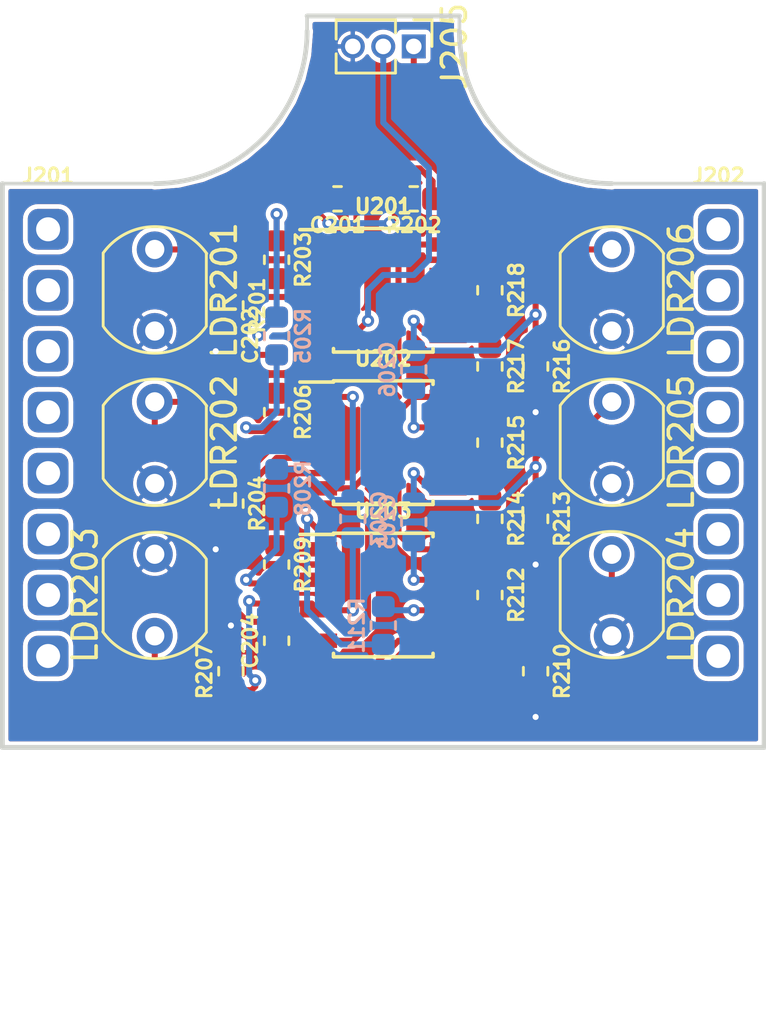
<source format=kicad_pcb>
(kicad_pcb (version 20171130) (host pcbnew "(5.0.2)-1")
  (layers (0 F.Cu signal) (31 B.Cu signal) (34 B.Paste user) (35 F.Paste user) (36 B.SilkS user) (37 F.SilkS user) (38 B.Mask user) (39 F.Mask user) (44 Edge.Cuts user))
  (net 0 "")
  (net 1 GND)
  (net 2 /LDR_Section/LDR_OUT)
  (net 3 "Net-(R217-Pad1)")
  (net 4 "Net-(C201-Pad1)")
  (net 5 "Net-(R211-Pad1)")
  (net 6 "Net-(C204-Pad2)")
  (net 7 "Net-(C203-Pad2)")
  (net 8 "Net-(R208-Pad1)")
  (net 9 "Net-(C203-Pad1)")
  (net 10 "Net-(R205-Pad1)")
  (net 11 "Net-(C202-Pad2)")
  (net 12 "Net-(C202-Pad1)")
  (net 13 "Net-(R202-Pad1)")
  (net 14 "Net-(C204-Pad1)")
  (net 15 "Net-(C205-Pad2)")
  (net 16 "Net-(C205-Pad1)")
  (net 17 "Net-(R214-Pad1)")
  (net 18 "Net-(C206-Pad2)")
  (net 19 "Net-(C206-Pad1)")
  (net 20 /LDR_Section/LDR_IN)
  (net 21 VEE)
  (net 22 VDD)
  (net 23 "Net-(J202-Pad1)")
  (net 24 "Net-(J202-Pad2)")
  (net 25 "Net-(J202-Pad3)")
  (net 26 "Net-(J202-Pad4)")
  (net 27 "Net-(J202-Pad5)")
  (net 28 "Net-(J202-Pad6)")
  (net 29 "Net-(J202-Pad7)")
  (net 30 "Net-(J202-Pad8)")
  (net 31 "Net-(J201-Pad8)")
  (net 32 "Net-(J201-Pad7)")
  (net 33 "Net-(J201-Pad6)")
  (net 34 "Net-(J201-Pad5)")
  (net 35 "Net-(J201-Pad4)")
  (net 36 "Net-(J201-Pad3)")
  (net 37 "Net-(J201-Pad2)")
  (net 38 "Net-(J201-Pad1)")
  (module Connector_PinHeader_1.27mm:PinHeader_1x03_P1.27mm_Vertical (layer F.Cu) (at 121.92 78.74 270)
    (fp_text reference J205 (at 0 -1.695 270) (layer F.SilkS))
    (fp_text value Conn_01x03)
    (fp_line (start -1.11 3.235) (end -0.30753 3.235) (layer F.SilkS) (width 0.12))
    (fp_line (start 0.30753 3.235) (end 1.11 3.235) (layer F.SilkS) (width 0.12))
    (fp_line (start -1.11 0.76) (end -1.11 3.235) (layer F.SilkS) (width 0.12))
    (fp_line (start 1.11 0.76) (end 1.11 3.235) (layer F.SilkS) (width 0.12))
    (fp_line (start -1.11 0.76) (end -0.563471 0.76) (layer F.SilkS) (width 0.12))
    (fp_line (start 0.563471 0.76) (end 1.11 0.76) (layer F.SilkS) (width 0.12))
    (fp_line (start -1.11 0) (end -1.11 -0.76) (layer F.SilkS) (width 0.12))
    (fp_line (start -1.11 -0.76) (end 0 -0.76) (layer F.SilkS) (width 0.12))
    (pad 1 thru_hole rect (at 0 0 270) (size 1 1) (drill 0.65) (layers *.Cu *.Mask) (net 22 VDD))
    (pad 2 thru_hole oval (at 0 1.27 270) (size 1 1) (drill 0.65) (layers *.Cu *.Mask) (net 21 VEE))
    (pad 3 thru_hole oval (at 0 2.54 270) (size 1 1) (drill 0.65) (layers *.Cu *.Mask) (net 1 GND))
  )
  (module SA_Connectors_Pin_Headers_THT:PinHeader_1x08_P2.54mm_Vertical_Bottom (layer F.Cu) (at 106.68 86.36)
    (fp_text reference J201 (at 0 -2.23) (layer F.SilkS) (effects (font (size 0.6 0.6) (thickness 0.127))))
    (fp_text value Conn_01x08)
    (pad 8 thru_hole roundrect (at 0 17.78) (size 1.7 1.7) (drill 1) (layers *.Cu *.Mask) (net 31 "Net-(J201-Pad8)"))
    (pad 7 thru_hole roundrect (at 0 15.24) (size 1.7 1.7) (drill 1) (layers *.Cu *.Mask) (net 32 "Net-(J201-Pad7)"))
    (pad 6 thru_hole roundrect (at 0 12.7) (size 1.7 1.7) (drill 1) (layers *.Cu *.Mask) (net 33 "Net-(J201-Pad6)"))
    (pad 5 thru_hole roundrect (at 0 10.16) (size 1.7 1.7) (drill 1) (layers *.Cu *.Mask) (net 34 "Net-(J201-Pad5)"))
    (pad 4 thru_hole roundrect (at 0 7.62) (size 1.7 1.7) (drill 1) (layers *.Cu *.Mask) (net 35 "Net-(J201-Pad4)"))
    (pad 3 thru_hole roundrect (at 0 5.08) (size 1.7 1.7) (drill 1) (layers *.Cu *.Mask) (net 36 "Net-(J201-Pad3)"))
    (pad 2 thru_hole roundrect (at 0 2.54) (size 1.7 1.7) (drill 1) (layers *.Cu *.Mask) (net 37 "Net-(J201-Pad2)"))
    (pad 1 thru_hole roundrect (at 0 0) (size 1.7 1.7) (drill 1) (layers *.Cu *.Mask) (net 38 "Net-(J201-Pad1)"))
  )
  (module SA_Connectors_Pin_Headers_THT:PinHeader_1x08_P2.54mm_Vertical_Bottom (layer F.Cu) (at 134.62 86.36)
    (fp_text reference J202 (at 0 -2.23) (layer F.SilkS) (effects (font (size 0.6 0.6) (thickness 0.127))))
    (fp_text value Conn_01x08)
    (pad 8 thru_hole roundrect (at 0 17.78) (size 1.7 1.7) (drill 1) (layers *.Cu *.Mask) (net 30 "Net-(J202-Pad8)"))
    (pad 7 thru_hole roundrect (at 0 15.24) (size 1.7 1.7) (drill 1) (layers *.Cu *.Mask) (net 29 "Net-(J202-Pad7)"))
    (pad 6 thru_hole roundrect (at 0 12.7) (size 1.7 1.7) (drill 1) (layers *.Cu *.Mask) (net 28 "Net-(J202-Pad6)"))
    (pad 5 thru_hole roundrect (at 0 10.16) (size 1.7 1.7) (drill 1) (layers *.Cu *.Mask) (net 27 "Net-(J202-Pad5)"))
    (pad 4 thru_hole roundrect (at 0 7.62) (size 1.7 1.7) (drill 1) (layers *.Cu *.Mask) (net 26 "Net-(J202-Pad4)"))
    (pad 3 thru_hole roundrect (at 0 5.08) (size 1.7 1.7) (drill 1) (layers *.Cu *.Mask) (net 25 "Net-(J202-Pad3)"))
    (pad 2 thru_hole roundrect (at 0 2.54) (size 1.7 1.7) (drill 1) (layers *.Cu *.Mask) (net 24 "Net-(J202-Pad2)"))
    (pad 1 thru_hole roundrect (at 0 0) (size 1.7 1.7) (drill 1) (layers *.Cu *.Mask) (net 23 "Net-(J202-Pad1)"))
  )
  (module SA_LDR_THT:R_LDR_5.1x4.3mm_P3.4mm_Vertical (layer F.Cu) (at 111.125 88.9 270)
    (fp_text reference LDR201 (at 0 -2.9 270) (layer F.SilkS))
    (fp_text value KE-10720)
    (fp_arc (start 0 0) (end 1.5 -2.15) (angle 109) (layer F.SilkS) (width 0.12))
    (fp_arc (start 0 0) (end -1.55 2.15) (angle 109) (layer F.SilkS) (width 0.12))
    (fp_line (start -1.55 -2.15) (end 1.5 -2.15) (layer F.SilkS) (width 0.12))
    (fp_line (start -1.55 2.15) (end 1.5 2.15) (layer F.SilkS) (width 0.12))
    (pad 2 thru_hole circle (at 1.7 0 270) (size 1.5 1.5) (drill 0.8) (layers *.Cu *.Mask) (net 1 GND))
    (pad 1 thru_hole circle (at -1.7 0 270) (size 1.5 1.5) (drill 0.8) (layers *.Cu *.Mask) (net 4 "Net-(C201-Pad1)"))
  )
  (module SA_LDR_THT:R_LDR_5.1x4.3mm_P3.4mm_Vertical (layer F.Cu) (at 111.125 95.25 270)
    (fp_text reference LDR202 (at 0 -2.9 270) (layer F.SilkS))
    (fp_text value KE-10720)
    (fp_arc (start 0 0) (end 1.5 -2.15) (angle 109) (layer F.SilkS) (width 0.12))
    (fp_arc (start 0 0) (end -1.55 2.15) (angle 109) (layer F.SilkS) (width 0.12))
    (fp_line (start -1.55 -2.15) (end 1.5 -2.15) (layer F.SilkS) (width 0.12))
    (fp_line (start -1.55 2.15) (end 1.5 2.15) (layer F.SilkS) (width 0.12))
    (pad 2 thru_hole circle (at 1.7 0 270) (size 1.5 1.5) (drill 0.8) (layers *.Cu *.Mask) (net 1 GND))
    (pad 1 thru_hole circle (at -1.7 0 270) (size 1.5 1.5) (drill 0.8) (layers *.Cu *.Mask) (net 12 "Net-(C202-Pad1)"))
  )
  (module SA_LDR_THT:R_LDR_5.1x4.3mm_P3.4mm_Vertical (layer F.Cu) (at 111.125 101.6 90)
    (fp_text reference LDR203 (at 0 -2.9 90) (layer F.SilkS))
    (fp_text value KE-10720)
    (fp_arc (start 0 0) (end 1.5 -2.15) (angle 109) (layer F.SilkS) (width 0.12))
    (fp_arc (start 0 0) (end -1.55 2.15) (angle 109) (layer F.SilkS) (width 0.12))
    (fp_line (start -1.55 -2.15) (end 1.5 -2.15) (layer F.SilkS) (width 0.12))
    (fp_line (start -1.55 2.15) (end 1.5 2.15) (layer F.SilkS) (width 0.12))
    (pad 2 thru_hole circle (at 1.7 0 90) (size 1.5 1.5) (drill 0.8) (layers *.Cu *.Mask) (net 1 GND))
    (pad 1 thru_hole circle (at -1.7 0 90) (size 1.5 1.5) (drill 0.8) (layers *.Cu *.Mask) (net 9 "Net-(C203-Pad1)"))
  )
  (module SA_LDR_THT:R_LDR_5.1x4.3mm_P3.4mm_Vertical (layer F.Cu) (at 130.175 101.6 270)
    (fp_text reference LDR204 (at 0 -2.9 270) (layer F.SilkS))
    (fp_text value KE-10720)
    (fp_arc (start 0 0) (end 1.5 -2.15) (angle 109) (layer F.SilkS) (width 0.12))
    (fp_arc (start 0 0) (end -1.55 2.15) (angle 109) (layer F.SilkS) (width 0.12))
    (fp_line (start -1.55 -2.15) (end 1.5 -2.15) (layer F.SilkS) (width 0.12))
    (fp_line (start -1.55 2.15) (end 1.5 2.15) (layer F.SilkS) (width 0.12))
    (pad 2 thru_hole circle (at 1.7 0 270) (size 1.5 1.5) (drill 0.8) (layers *.Cu *.Mask) (net 1 GND))
    (pad 1 thru_hole circle (at -1.7 0 270) (size 1.5 1.5) (drill 0.8) (layers *.Cu *.Mask) (net 14 "Net-(C204-Pad1)"))
  )
  (module SA_LDR_THT:R_LDR_5.1x4.3mm_P3.4mm_Vertical (layer F.Cu) (at 130.175 95.25 270)
    (fp_text reference LDR205 (at 0 -2.9 270) (layer F.SilkS))
    (fp_text value KE-10720)
    (fp_arc (start 0 0) (end 1.5 -2.15) (angle 109) (layer F.SilkS) (width 0.12))
    (fp_arc (start 0 0) (end -1.55 2.15) (angle 109) (layer F.SilkS) (width 0.12))
    (fp_line (start -1.55 -2.15) (end 1.5 -2.15) (layer F.SilkS) (width 0.12))
    (fp_line (start -1.55 2.15) (end 1.5 2.15) (layer F.SilkS) (width 0.12))
    (pad 2 thru_hole circle (at 1.7 0 270) (size 1.5 1.5) (drill 0.8) (layers *.Cu *.Mask) (net 1 GND))
    (pad 1 thru_hole circle (at -1.7 0 270) (size 1.5 1.5) (drill 0.8) (layers *.Cu *.Mask) (net 16 "Net-(C205-Pad1)"))
  )
  (module SA_LDR_THT:R_LDR_5.1x4.3mm_P3.4mm_Vertical (layer F.Cu) (at 130.175 88.9 270)
    (fp_text reference LDR206 (at 0 -2.9 270) (layer F.SilkS))
    (fp_text value KE-10720)
    (fp_arc (start 0 0) (end 1.5 -2.15) (angle 109) (layer F.SilkS) (width 0.12))
    (fp_arc (start 0 0) (end -1.55 2.15) (angle 109) (layer F.SilkS) (width 0.12))
    (fp_line (start -1.55 -2.15) (end 1.5 -2.15) (layer F.SilkS) (width 0.12))
    (fp_line (start -1.55 2.15) (end 1.5 2.15) (layer F.SilkS) (width 0.12))
    (pad 2 thru_hole circle (at 1.7 0 270) (size 1.5 1.5) (drill 0.8) (layers *.Cu *.Mask) (net 1 GND))
    (pad 1 thru_hole circle (at -1.7 0 270) (size 1.5 1.5) (drill 0.8) (layers *.Cu *.Mask) (net 19 "Net-(C206-Pad1)"))
  )
  (module SA_Capacitors_SMD:C_0603_1608M (layer F.Cu) (at 118.745 85.09 180)
    (fp_text reference C201 (at 0 -1.1 180) (layer F.SilkS) (effects (font (size 0.6 0.6) (thickness 0.127))))
    (fp_text value 6n8)
    (fp_line (start -0.162779 0.51) (end 0.162779 0.51) (layer F.SilkS) (width 0.12))
    (fp_line (start -0.162779 -0.51) (end 0.162779 -0.51) (layer F.SilkS) (width 0.12))
    (pad 2 smd roundrect (at 0.7875 0 180) (size 0.875 0.95) (layers F.Cu F.Paste F.Mask) (net 20 /LDR_Section/LDR_IN))
    (pad 1 smd roundrect (at -0.7875 0 180) (size 0.875 0.95) (layers F.Cu F.Paste F.Mask) (net 4 "Net-(C201-Pad1)"))
  )
  (module SA_Capacitors_SMD:C_0603_1608M (layer F.Cu) (at 116.205 90.805 90)
    (fp_text reference C202 (at 0 -1.1 90) (layer F.SilkS) (effects (font (size 0.6 0.6) (thickness 0.127))))
    (fp_text value 6n8)
    (fp_line (start -0.162779 0.51) (end 0.162779 0.51) (layer F.SilkS) (width 0.12))
    (fp_line (start -0.162779 -0.51) (end 0.162779 -0.51) (layer F.SilkS) (width 0.12))
    (pad 2 smd roundrect (at 0.7875 0 90) (size 0.875 0.95) (layers F.Cu F.Paste F.Mask) (net 11 "Net-(C202-Pad2)"))
    (pad 1 smd roundrect (at -0.7875 0 90) (size 0.875 0.95) (layers F.Cu F.Paste F.Mask) (net 12 "Net-(C202-Pad1)"))
  )
  (module SA_Capacitors_SMD:C_0603_1608M (layer B.Cu) (at 119.38 98.425 90)
    (fp_text reference C203 (at 0 1.1 90) (layer B.SilkS) (effects (font (size 0.6 0.6) (thickness 0.127)) (justify mirror)))
    (fp_text value 6n8)
    (fp_line (start -0.162779 -0.51) (end 0.162779 -0.51) (layer B.SilkS) (width 0.12))
    (fp_line (start -0.162779 0.51) (end 0.162779 0.51) (layer B.SilkS) (width 0.12))
    (pad 2 smd roundrect (at 0.7875 0 90) (size 0.875 0.95) (layers B.Cu B.Paste B.Mask) (net 7 "Net-(C203-Pad2)"))
    (pad 1 smd roundrect (at -0.7875 0 90) (size 0.875 0.95) (layers B.Cu B.Paste B.Mask) (net 9 "Net-(C203-Pad1)"))
  )
  (module SA_Capacitors_SMD:C_0603_1608M (layer F.Cu) (at 116.205 103.505 90)
    (fp_text reference C204 (at 0 -1.1 90) (layer F.SilkS) (effects (font (size 0.6 0.6) (thickness 0.127))))
    (fp_text value 6n8)
    (fp_line (start -0.162779 0.51) (end 0.162779 0.51) (layer F.SilkS) (width 0.12))
    (fp_line (start -0.162779 -0.51) (end 0.162779 -0.51) (layer F.SilkS) (width 0.12))
    (pad 2 smd roundrect (at 0.7875 0 90) (size 0.875 0.95) (layers F.Cu F.Paste F.Mask) (net 6 "Net-(C204-Pad2)"))
    (pad 1 smd roundrect (at -0.7875 0 90) (size 0.875 0.95) (layers F.Cu F.Paste F.Mask) (net 14 "Net-(C204-Pad1)"))
  )
  (module SA_Capacitors_SMD:C_0603_1608M (layer B.Cu) (at 121.92 98.552 270)
    (fp_text reference C205 (at 0 1.1 270) (layer B.SilkS) (effects (font (size 0.6 0.6) (thickness 0.127)) (justify mirror)))
    (fp_text value 6n8)
    (fp_line (start -0.162779 -0.51) (end 0.162779 -0.51) (layer B.SilkS) (width 0.12))
    (fp_line (start -0.162779 0.51) (end 0.162779 0.51) (layer B.SilkS) (width 0.12))
    (pad 2 smd roundrect (at 0.7875 0 270) (size 0.875 0.95) (layers B.Cu B.Paste B.Mask) (net 15 "Net-(C205-Pad2)"))
    (pad 1 smd roundrect (at -0.7875 0 270) (size 0.875 0.95) (layers B.Cu B.Paste B.Mask) (net 16 "Net-(C205-Pad1)"))
  )
  (module SA_Capacitors_SMD:C_0603_1608M (layer B.Cu) (at 121.92 92.202 270)
    (fp_text reference C206 (at 0 1.1 270) (layer B.SilkS) (effects (font (size 0.6 0.6) (thickness 0.127)) (justify mirror)))
    (fp_text value 6n8)
    (fp_line (start -0.162779 -0.51) (end 0.162779 -0.51) (layer B.SilkS) (width 0.12))
    (fp_line (start -0.162779 0.51) (end 0.162779 0.51) (layer B.SilkS) (width 0.12))
    (pad 2 smd roundrect (at 0.7875 0 270) (size 0.875 0.95) (layers B.Cu B.Paste B.Mask) (net 18 "Net-(C206-Pad2)"))
    (pad 1 smd roundrect (at -0.7875 0 270) (size 0.875 0.95) (layers B.Cu B.Paste B.Mask) (net 19 "Net-(C206-Pad1)"))
  )
  (module SA_Packages:SOIC-8_3.9x4.9mm_P1.27mm (layer F.Cu) (at 120.65 95.25)
    (fp_text reference U202 (at 0 -3.5) (layer F.SilkS) (effects (font (size 0.6 0.6))))
    (fp_text value TL072)
    (fp_line (start -2.075 -2.525) (end -3.475 -2.525) (layer F.SilkS) (width 0.15))
    (fp_line (start -2.075 2.575) (end 2.075 2.575) (layer F.SilkS) (width 0.15))
    (fp_line (start -2.075 -2.575) (end 2.075 -2.575) (layer F.SilkS) (width 0.15))
    (fp_line (start -2.075 2.575) (end -2.075 2.43) (layer F.SilkS) (width 0.15))
    (fp_line (start 2.075 2.575) (end 2.075 2.43) (layer F.SilkS) (width 0.15))
    (fp_line (start 2.075 -2.575) (end 2.075 -2.43) (layer F.SilkS) (width 0.15))
    (fp_line (start -2.075 -2.575) (end -2.075 -2.525) (layer F.SilkS) (width 0.15))
    (pad 8 smd rect (at 2.7 -1.905) (size 1.55 0.6) (layers F.Cu F.Paste F.Mask) (net 22 VDD))
    (pad 7 smd rect (at 2.7 -0.635) (size 1.55 0.6) (layers F.Cu F.Paste F.Mask) (net 18 "Net-(C206-Pad2)"))
    (pad 6 smd rect (at 2.7 0.635) (size 1.55 0.6) (layers F.Cu F.Paste F.Mask) (net 17 "Net-(R214-Pad1)"))
    (pad 5 smd rect (at 2.7 1.905) (size 1.55 0.6) (layers F.Cu F.Paste F.Mask) (net 16 "Net-(C205-Pad1)"))
    (pad 4 smd rect (at -2.7 1.905) (size 1.55 0.6) (layers F.Cu F.Paste F.Mask) (net 21 VEE))
    (pad 3 smd rect (at -2.7 0.635) (size 1.55 0.6) (layers F.Cu F.Paste F.Mask) (net 12 "Net-(C202-Pad1)"))
    (pad 2 smd rect (at -2.7 -0.635) (size 1.55 0.6) (layers F.Cu F.Paste F.Mask) (net 10 "Net-(R205-Pad1)"))
    (pad 1 smd rect (at -2.7 -1.905) (size 1.55 0.6) (layers F.Cu F.Paste F.Mask) (net 7 "Net-(C203-Pad2)"))
  )
  (module SA_Packages:SOIC-8_3.9x4.9mm_P1.27mm (layer F.Cu) (at 120.65 88.9)
    (fp_text reference U201 (at 0 -3.5) (layer F.SilkS) (effects (font (size 0.6 0.6))))
    (fp_text value TL072)
    (fp_line (start -2.075 -2.525) (end -3.475 -2.525) (layer F.SilkS) (width 0.15))
    (fp_line (start -2.075 2.575) (end 2.075 2.575) (layer F.SilkS) (width 0.15))
    (fp_line (start -2.075 -2.575) (end 2.075 -2.575) (layer F.SilkS) (width 0.15))
    (fp_line (start -2.075 2.575) (end -2.075 2.43) (layer F.SilkS) (width 0.15))
    (fp_line (start 2.075 2.575) (end 2.075 2.43) (layer F.SilkS) (width 0.15))
    (fp_line (start 2.075 -2.575) (end 2.075 -2.43) (layer F.SilkS) (width 0.15))
    (fp_line (start -2.075 -2.575) (end -2.075 -2.525) (layer F.SilkS) (width 0.15))
    (pad 8 smd rect (at 2.7 -1.905) (size 1.55 0.6) (layers F.Cu F.Paste F.Mask) (net 22 VDD))
    (pad 7 smd rect (at 2.7 -0.635) (size 1.55 0.6) (layers F.Cu F.Paste F.Mask) (net 2 /LDR_Section/LDR_OUT))
    (pad 6 smd rect (at 2.7 0.635) (size 1.55 0.6) (layers F.Cu F.Paste F.Mask) (net 3 "Net-(R217-Pad1)"))
    (pad 5 smd rect (at 2.7 1.905) (size 1.55 0.6) (layers F.Cu F.Paste F.Mask) (net 19 "Net-(C206-Pad1)"))
    (pad 4 smd rect (at -2.7 1.905) (size 1.55 0.6) (layers F.Cu F.Paste F.Mask) (net 21 VEE))
    (pad 3 smd rect (at -2.7 0.635) (size 1.55 0.6) (layers F.Cu F.Paste F.Mask) (net 4 "Net-(C201-Pad1)"))
    (pad 2 smd rect (at -2.7 -0.635) (size 1.55 0.6) (layers F.Cu F.Paste F.Mask) (net 13 "Net-(R202-Pad1)"))
    (pad 1 smd rect (at -2.7 -1.905) (size 1.55 0.6) (layers F.Cu F.Paste F.Mask) (net 11 "Net-(C202-Pad2)"))
  )
  (module SA_Packages:SOIC-8_3.9x4.9mm_P1.27mm (layer F.Cu) (at 120.65 101.6)
    (fp_text reference U203 (at 0 -3.5) (layer F.SilkS) (effects (font (size 0.6 0.6))))
    (fp_text value TL072)
    (fp_line (start -2.075 -2.525) (end -3.475 -2.525) (layer F.SilkS) (width 0.15))
    (fp_line (start -2.075 2.575) (end 2.075 2.575) (layer F.SilkS) (width 0.15))
    (fp_line (start -2.075 -2.575) (end 2.075 -2.575) (layer F.SilkS) (width 0.15))
    (fp_line (start -2.075 2.575) (end -2.075 2.43) (layer F.SilkS) (width 0.15))
    (fp_line (start 2.075 2.575) (end 2.075 2.43) (layer F.SilkS) (width 0.15))
    (fp_line (start 2.075 -2.575) (end 2.075 -2.43) (layer F.SilkS) (width 0.15))
    (fp_line (start -2.075 -2.575) (end -2.075 -2.525) (layer F.SilkS) (width 0.15))
    (pad 8 smd rect (at 2.7 -1.905) (size 1.55 0.6) (layers F.Cu F.Paste F.Mask) (net 22 VDD))
    (pad 7 smd rect (at 2.7 -0.635) (size 1.55 0.6) (layers F.Cu F.Paste F.Mask) (net 15 "Net-(C205-Pad2)"))
    (pad 6 smd rect (at 2.7 0.635) (size 1.55 0.6) (layers F.Cu F.Paste F.Mask) (net 5 "Net-(R211-Pad1)"))
    (pad 5 smd rect (at 2.7 1.905) (size 1.55 0.6) (layers F.Cu F.Paste F.Mask) (net 14 "Net-(C204-Pad1)"))
    (pad 4 smd rect (at -2.7 1.905) (size 1.55 0.6) (layers F.Cu F.Paste F.Mask) (net 21 VEE))
    (pad 3 smd rect (at -2.7 0.635) (size 1.55 0.6) (layers F.Cu F.Paste F.Mask) (net 9 "Net-(C203-Pad1)"))
    (pad 2 smd rect (at -2.7 -0.635) (size 1.55 0.6) (layers F.Cu F.Paste F.Mask) (net 8 "Net-(R208-Pad1)"))
    (pad 1 smd rect (at -2.7 -1.905) (size 1.55 0.6) (layers F.Cu F.Paste F.Mask) (net 6 "Net-(C204-Pad2)"))
  )
  (module SA_Resistors_SMD:R_0603_1608M (layer F.Cu) (at 121.92 85.09 180)
    (fp_text reference R202 (at 0 -1.1 180) (layer F.SilkS) (effects (font (size 0.6 0.6) (thickness 0.127))))
    (fp_text value 4k7)
    (fp_line (start -0.162779 0.51) (end 0.162779 0.51) (layer F.SilkS) (width 0.12))
    (fp_line (start -0.162779 -0.51) (end 0.162779 -0.51) (layer F.SilkS) (width 0.12))
    (pad 2 smd roundrect (at 0.7875 0 180) (size 0.875 0.95) (layers F.Cu F.Paste F.Mask) (net 20 /LDR_Section/LDR_IN))
    (pad 1 smd roundrect (at -0.7875 0 180) (size 0.875 0.95) (layers F.Cu F.Paste F.Mask) (net 13 "Net-(R202-Pad1)"))
  )
  (module SA_Resistors_SMD:R_0603_1608M (layer F.Cu) (at 116.205 100.33 270)
    (fp_text reference R209 (at 0 -1.1 270) (layer F.SilkS) (effects (font (size 0.6 0.6) (thickness 0.127))))
    (fp_text value 4k7)
    (fp_line (start -0.162779 0.51) (end 0.162779 0.51) (layer F.SilkS) (width 0.12))
    (fp_line (start -0.162779 -0.51) (end 0.162779 -0.51) (layer F.SilkS) (width 0.12))
    (pad 2 smd roundrect (at 0.7875 0 270) (size 0.875 0.95) (layers F.Cu F.Paste F.Mask) (net 8 "Net-(R208-Pad1)"))
    (pad 1 smd roundrect (at -0.7875 0 270) (size 0.875 0.95) (layers F.Cu F.Paste F.Mask) (net 6 "Net-(C204-Pad2)"))
  )
  (module SA_Resistors_SMD:R_0603_1608M (layer F.Cu) (at 125.095 92.075 270)
    (fp_text reference R217 (at 0 -1.1 270) (layer F.SilkS) (effects (font (size 0.6 0.6) (thickness 0.127))))
    (fp_text value 4k7)
    (fp_line (start -0.162779 0.51) (end 0.162779 0.51) (layer F.SilkS) (width 0.12))
    (fp_line (start -0.162779 -0.51) (end 0.162779 -0.51) (layer F.SilkS) (width 0.12))
    (pad 2 smd roundrect (at 0.7875 0 270) (size 0.875 0.95) (layers F.Cu F.Paste F.Mask) (net 18 "Net-(C206-Pad2)"))
    (pad 1 smd roundrect (at -0.7875 0 270) (size 0.875 0.95) (layers F.Cu F.Paste F.Mask) (net 3 "Net-(R217-Pad1)"))
  )
  (module SA_Resistors_SMD:R_0603_1608M (layer F.Cu) (at 127 92.075 270)
    (fp_text reference R216 (at 0 -1.1 270) (layer F.SilkS) (effects (font (size 0.6 0.6) (thickness 0.127))))
    (fp_text value 220k)
    (fp_line (start -0.162779 0.51) (end 0.162779 0.51) (layer F.SilkS) (width 0.12))
    (fp_line (start -0.162779 -0.51) (end 0.162779 -0.51) (layer F.SilkS) (width 0.12))
    (pad 2 smd roundrect (at 0.7875 0 270) (size 0.875 0.95) (layers F.Cu F.Paste F.Mask) (net 1 GND))
    (pad 1 smd roundrect (at -0.7875 0 270) (size 0.875 0.95) (layers F.Cu F.Paste F.Mask) (net 19 "Net-(C206-Pad1)"))
  )
  (module SA_Resistors_SMD:R_0603_1608M (layer F.Cu) (at 125.095 95.25 270)
    (fp_text reference R215 (at 0 -1.1 270) (layer F.SilkS) (effects (font (size 0.6 0.6) (thickness 0.127))))
    (fp_text value 4k7)
    (fp_line (start -0.162779 0.51) (end 0.162779 0.51) (layer F.SilkS) (width 0.12))
    (fp_line (start -0.162779 -0.51) (end 0.162779 -0.51) (layer F.SilkS) (width 0.12))
    (pad 2 smd roundrect (at 0.7875 0 270) (size 0.875 0.95) (layers F.Cu F.Paste F.Mask) (net 17 "Net-(R214-Pad1)"))
    (pad 1 smd roundrect (at -0.7875 0 270) (size 0.875 0.95) (layers F.Cu F.Paste F.Mask) (net 18 "Net-(C206-Pad2)"))
  )
  (module SA_Resistors_SMD:R_0603_1608M (layer F.Cu) (at 125.095 98.425 270)
    (fp_text reference R214 (at 0 -1.1 270) (layer F.SilkS) (effects (font (size 0.6 0.6) (thickness 0.127))))
    (fp_text value 4k7)
    (fp_line (start -0.162779 0.51) (end 0.162779 0.51) (layer F.SilkS) (width 0.12))
    (fp_line (start -0.162779 -0.51) (end 0.162779 -0.51) (layer F.SilkS) (width 0.12))
    (pad 2 smd roundrect (at 0.7875 0 270) (size 0.875 0.95) (layers F.Cu F.Paste F.Mask) (net 15 "Net-(C205-Pad2)"))
    (pad 1 smd roundrect (at -0.7875 0 270) (size 0.875 0.95) (layers F.Cu F.Paste F.Mask) (net 17 "Net-(R214-Pad1)"))
  )
  (module SA_Resistors_SMD:R_0603_1608M (layer F.Cu) (at 127 98.425 270)
    (fp_text reference R213 (at 0 -1.1 270) (layer F.SilkS) (effects (font (size 0.6 0.6) (thickness 0.127))))
    (fp_text value 220k)
    (fp_line (start -0.162779 0.51) (end 0.162779 0.51) (layer F.SilkS) (width 0.12))
    (fp_line (start -0.162779 -0.51) (end 0.162779 -0.51) (layer F.SilkS) (width 0.12))
    (pad 2 smd roundrect (at 0.7875 0 270) (size 0.875 0.95) (layers F.Cu F.Paste F.Mask) (net 1 GND))
    (pad 1 smd roundrect (at -0.7875 0 270) (size 0.875 0.95) (layers F.Cu F.Paste F.Mask) (net 16 "Net-(C205-Pad1)"))
  )
  (module SA_Resistors_SMD:R_0603_1608M (layer F.Cu) (at 125.095 101.6 270)
    (fp_text reference R212 (at 0 -1.1 270) (layer F.SilkS) (effects (font (size 0.6 0.6) (thickness 0.127))))
    (fp_text value 4k7)
    (fp_line (start -0.162779 0.51) (end 0.162779 0.51) (layer F.SilkS) (width 0.12))
    (fp_line (start -0.162779 -0.51) (end 0.162779 -0.51) (layer F.SilkS) (width 0.12))
    (pad 2 smd roundrect (at 0.7875 0 270) (size 0.875 0.95) (layers F.Cu F.Paste F.Mask) (net 5 "Net-(R211-Pad1)"))
    (pad 1 smd roundrect (at -0.7875 0 270) (size 0.875 0.95) (layers F.Cu F.Paste F.Mask) (net 15 "Net-(C205-Pad2)"))
  )
  (module SA_Resistors_SMD:R_0603_1608M (layer F.Cu) (at 127 104.775 270)
    (fp_text reference R210 (at 0 -1.1 270) (layer F.SilkS) (effects (font (size 0.6 0.6) (thickness 0.127))))
    (fp_text value 220k)
    (fp_line (start -0.162779 0.51) (end 0.162779 0.51) (layer F.SilkS) (width 0.12))
    (fp_line (start -0.162779 -0.51) (end 0.162779 -0.51) (layer F.SilkS) (width 0.12))
    (pad 2 smd roundrect (at 0.7875 0 270) (size 0.875 0.95) (layers F.Cu F.Paste F.Mask) (net 1 GND))
    (pad 1 smd roundrect (at -0.7875 0 270) (size 0.875 0.95) (layers F.Cu F.Paste F.Mask) (net 14 "Net-(C204-Pad1)"))
  )
  (module SA_Resistors_SMD:R_0603_1608M (layer F.Cu) (at 116.205 87.63 270)
    (fp_text reference R203 (at 0 -1.1 270) (layer F.SilkS) (effects (font (size 0.6 0.6) (thickness 0.127))))
    (fp_text value 4k7)
    (fp_line (start -0.162779 0.51) (end 0.162779 0.51) (layer F.SilkS) (width 0.12))
    (fp_line (start -0.162779 -0.51) (end 0.162779 -0.51) (layer F.SilkS) (width 0.12))
    (pad 2 smd roundrect (at 0.7875 0 270) (size 0.875 0.95) (layers F.Cu F.Paste F.Mask) (net 13 "Net-(R202-Pad1)"))
    (pad 1 smd roundrect (at -0.7875 0 270) (size 0.875 0.95) (layers F.Cu F.Paste F.Mask) (net 11 "Net-(C202-Pad2)"))
  )
  (module SA_Resistors_SMD:R_0603_1608M (layer F.Cu) (at 114.3 97.79 270)
    (fp_text reference R204 (at 0 -1.1 270) (layer F.SilkS) (effects (font (size 0.6 0.6) (thickness 0.127))))
    (fp_text value 220k)
    (fp_line (start -0.162779 0.51) (end 0.162779 0.51) (layer F.SilkS) (width 0.12))
    (fp_line (start -0.162779 -0.51) (end 0.162779 -0.51) (layer F.SilkS) (width 0.12))
    (pad 2 smd roundrect (at 0.7875 0 270) (size 0.875 0.95) (layers F.Cu F.Paste F.Mask) (net 1 GND))
    (pad 1 smd roundrect (at -0.7875 0 270) (size 0.875 0.95) (layers F.Cu F.Paste F.Mask) (net 12 "Net-(C202-Pad1)"))
  )
  (module SA_Resistors_SMD:R_0603_1608M (layer B.Cu) (at 116.205 90.805 90)
    (fp_text reference R205 (at 0 1.1 90) (layer B.SilkS) (effects (font (size 0.6 0.6) (thickness 0.127)) (justify mirror)))
    (fp_text value 4k7)
    (fp_line (start -0.162779 -0.51) (end 0.162779 -0.51) (layer B.SilkS) (width 0.12))
    (fp_line (start -0.162779 0.51) (end 0.162779 0.51) (layer B.SilkS) (width 0.12))
    (pad 2 smd roundrect (at 0.7875 0 90) (size 0.875 0.95) (layers B.Cu B.Paste B.Mask) (net 11 "Net-(C202-Pad2)"))
    (pad 1 smd roundrect (at -0.7875 0 90) (size 0.875 0.95) (layers B.Cu B.Paste B.Mask) (net 10 "Net-(R205-Pad1)"))
  )
  (module SA_Resistors_SMD:R_0603_1608M (layer F.Cu) (at 116.205 93.98 270)
    (fp_text reference R206 (at 0 -1.1 270) (layer F.SilkS) (effects (font (size 0.6 0.6) (thickness 0.127))))
    (fp_text value 4k7)
    (fp_line (start -0.162779 0.51) (end 0.162779 0.51) (layer F.SilkS) (width 0.12))
    (fp_line (start -0.162779 -0.51) (end 0.162779 -0.51) (layer F.SilkS) (width 0.12))
    (pad 2 smd roundrect (at 0.7875 0 270) (size 0.875 0.95) (layers F.Cu F.Paste F.Mask) (net 10 "Net-(R205-Pad1)"))
    (pad 1 smd roundrect (at -0.7875 0 270) (size 0.875 0.95) (layers F.Cu F.Paste F.Mask) (net 7 "Net-(C203-Pad2)"))
  )
  (module SA_Resistors_SMD:R_0603_1608M (layer F.Cu) (at 114.3 104.775 90)
    (fp_text reference R207 (at 0 -1.1 90) (layer F.SilkS) (effects (font (size 0.6 0.6) (thickness 0.127))))
    (fp_text value 220k)
    (fp_line (start -0.162779 0.51) (end 0.162779 0.51) (layer F.SilkS) (width 0.12))
    (fp_line (start -0.162779 -0.51) (end 0.162779 -0.51) (layer F.SilkS) (width 0.12))
    (pad 2 smd roundrect (at 0.7875 0 90) (size 0.875 0.95) (layers F.Cu F.Paste F.Mask) (net 1 GND))
    (pad 1 smd roundrect (at -0.7875 0 90) (size 0.875 0.95) (layers F.Cu F.Paste F.Mask) (net 9 "Net-(C203-Pad1)"))
  )
  (module SA_Resistors_SMD:R_0603_1608M (layer B.Cu) (at 116.205 97.155 90)
    (fp_text reference R208 (at 0 1.1 90) (layer B.SilkS) (effects (font (size 0.6 0.6) (thickness 0.127)) (justify mirror)))
    (fp_text value 4k7)
    (fp_line (start -0.162779 -0.51) (end 0.162779 -0.51) (layer B.SilkS) (width 0.12))
    (fp_line (start -0.162779 0.51) (end 0.162779 0.51) (layer B.SilkS) (width 0.12))
    (pad 2 smd roundrect (at 0.7875 0 90) (size 0.875 0.95) (layers B.Cu B.Paste B.Mask) (net 7 "Net-(C203-Pad2)"))
    (pad 1 smd roundrect (at -0.7875 0 90) (size 0.875 0.95) (layers B.Cu B.Paste B.Mask) (net 8 "Net-(R208-Pad1)"))
  )
  (module SA_Resistors_SMD:R_0603_1608M (layer B.Cu) (at 120.65 102.87 270)
    (fp_text reference R211 (at 0 1.1 270) (layer B.SilkS) (effects (font (size 0.6 0.6) (thickness 0.127)) (justify mirror)))
    (fp_text value 4k7)
    (fp_line (start -0.162779 -0.51) (end 0.162779 -0.51) (layer B.SilkS) (width 0.12))
    (fp_line (start -0.162779 0.51) (end 0.162779 0.51) (layer B.SilkS) (width 0.12))
    (pad 2 smd roundrect (at 0.7875 0 270) (size 0.875 0.95) (layers B.Cu B.Paste B.Mask) (net 6 "Net-(C204-Pad2)"))
    (pad 1 smd roundrect (at -0.7875 0 270) (size 0.875 0.95) (layers B.Cu B.Paste B.Mask) (net 5 "Net-(R211-Pad1)"))
  )
  (module SA_Resistors_SMD:R_0603_1608M (layer F.Cu) (at 114.3 89.535 270)
    (fp_text reference R201 (at 0 -1.1 270) (layer F.SilkS) (effects (font (size 0.6 0.6) (thickness 0.127))))
    (fp_text value 220k)
    (fp_line (start -0.162779 0.51) (end 0.162779 0.51) (layer F.SilkS) (width 0.12))
    (fp_line (start -0.162779 -0.51) (end 0.162779 -0.51) (layer F.SilkS) (width 0.12))
    (pad 2 smd roundrect (at 0.7875 0 270) (size 0.875 0.95) (layers F.Cu F.Paste F.Mask) (net 1 GND))
    (pad 1 smd roundrect (at -0.7875 0 270) (size 0.875 0.95) (layers F.Cu F.Paste F.Mask) (net 4 "Net-(C201-Pad1)"))
  )
  (module SA_Resistors_SMD:R_0603_1608M (layer F.Cu) (at 125.095 88.9 270)
    (fp_text reference R218 (at 0 -1.1 270) (layer F.SilkS) (effects (font (size 0.6 0.6) (thickness 0.127))))
    (fp_text value 4k7)
    (fp_line (start -0.162779 0.51) (end 0.162779 0.51) (layer F.SilkS) (width 0.12))
    (fp_line (start -0.162779 -0.51) (end 0.162779 -0.51) (layer F.SilkS) (width 0.12))
    (pad 2 smd roundrect (at 0.7875 0 270) (size 0.875 0.95) (layers F.Cu F.Paste F.Mask) (net 3 "Net-(R217-Pad1)"))
    (pad 1 smd roundrect (at -0.7875 0 270) (size 0.875 0.95) (layers F.Cu F.Paste F.Mask) (net 2 /LDR_Section/LDR_OUT))
  )
  (gr_line (start 104.775 107.95) (end 136.525 107.95) (layer Edge.Cuts) (width 0.2))
  (gr_line (start 111.125 84.455) (end 104.775 84.455) (layer Edge.Cuts) (width 0.15))
  (gr_line (start 117.475 78.105) (end 117.475 77.47) (layer Edge.Cuts) (width 0.15))
  (gr_line (start 123.825 78.105) (end 123.825 77.47) (layer Edge.Cuts) (width 0.15))
  (gr_line (start 136.525 84.455) (end 130.175 84.455) (layer Edge.Cuts) (width 0.15))
  (gr_arc (start 111.125 78.105) (end 111.125 84.455) (angle -90) (layer Edge.Cuts) (width 0.2))
  (gr_arc (start 130.175 78.105) (end 123.825 78.105) (angle -90) (layer Edge.Cuts) (width 0.2))
  (gr_line (start 123.825 77.47) (end 117.475 77.47) (layer Edge.Cuts) (width 0.2))
  (gr_line (start 136.525 107.95) (end 136.525 84.455) (layer Edge.Cuts) (width 0.2))
  (gr_line (start 104.775 88.9) (end 104.775 107.95) (layer Edge.Cuts) (width 0.2))
  (gr_line (start 104.775 84.455) (end 104.775 88.9) (layer Edge.Cuts) (width 0.2))
  (via (at 127 93.98) (size 0.508) (drill 0.254) (layers F.Cu B.Cu) (net 1))
  (segment (start 127 92.8625) (end 127 93.98) (width 0.25) (layer F.Cu) (net 1))
  (via (at 127 100.33) (size 0.508) (drill 0.254) (layers F.Cu B.Cu) (net 1))
  (segment (start 127 99.2125) (end 127 100.33) (width 0.25) (layer F.Cu) (net 1))
  (via (at 127 106.68) (size 0.508) (drill 0.254) (layers F.Cu B.Cu) (net 1))
  (segment (start 127 105.5625) (end 127 106.68) (width 0.25) (layer F.Cu) (net 1))
  (via (at 114.3 102.87) (size 0.508) (drill 0.254) (layers F.Cu B.Cu) (net 1))
  (segment (start 114.3 103.9875) (end 114.3 102.87) (width 0.25) (layer F.Cu) (net 1))
  (via (at 113.665 99.695) (size 0.508) (drill 0.254) (layers F.Cu B.Cu) (net 1))
  (segment (start 114.3 98.5775) (end 114.3 99.06) (width 0.25) (layer F.Cu) (net 1))
  (segment (start 114.3 99.06) (end 113.665 99.695) (width 0.25) (layer F.Cu) (net 1))
  (via (at 113.665 91.44) (size 0.508) (drill 0.254) (layers F.Cu B.Cu) (net 1))
  (segment (start 114.3 90.3225) (end 114.3 90.805) (width 0.25) (layer F.Cu) (net 1))
  (segment (start 114.3 90.805) (end 113.665 91.44) (width 0.25) (layer F.Cu) (net 1))
  (segment (start 124.9425 88.265) (end 125.095 88.1125) (width 0.25) (layer F.Cu) (net 2))
  (segment (start 123.35 88.265) (end 124.9425 88.265) (width 0.25) (layer F.Cu) (net 2))
  (segment (start 124.9425 89.535) (end 125.095 89.6875) (width 0.25) (layer F.Cu) (net 3))
  (segment (start 123.35 89.535) (end 124.9425 89.535) (width 0.25) (layer F.Cu) (net 3))
  (segment (start 125.095 89.6875) (end 125.095 91.2875) (width 0.25) (layer F.Cu) (net 3))
  (segment (start 119.5325 89.3825) (end 119.5325 85.09) (width 0.25) (layer F.Cu) (net 4))
  (segment (start 117.95 89.535) (end 119.38 89.535) (width 0.25) (layer F.Cu) (net 4))
  (segment (start 119.38 89.535) (end 119.5325 89.3825) (width 0.25) (layer F.Cu) (net 4))
  (segment (start 117.95 89.535) (end 116.967 89.535) (width 0.25) (layer F.Cu) (net 4))
  (segment (start 116.61201 89.18001) (end 115.34201 89.18001) (width 0.25) (layer F.Cu) (net 4))
  (segment (start 116.967 89.535) (end 116.61201 89.18001) (width 0.25) (layer F.Cu) (net 4))
  (segment (start 114.9095 88.7475) (end 114.3 88.7475) (width 0.25) (layer F.Cu) (net 4))
  (segment (start 115.34201 89.18001) (end 114.9095 88.7475) (width 0.25) (layer F.Cu) (net 4))
  (segment (start 113.87 87.2) (end 111.125 87.2) (width 0.25) (layer F.Cu) (net 4))
  (segment (start 114.3 88.7475) (end 114.3 87.63) (width 0.25) (layer F.Cu) (net 4))
  (segment (start 114.3 87.63) (end 113.87 87.2) (width 0.25) (layer F.Cu) (net 4))
  (segment (start 124.9425 102.235) (end 125.095 102.3875) (width 0.25) (layer F.Cu) (net 5))
  (segment (start 123.35 102.235) (end 124.9425 102.235) (width 0.25) (layer F.Cu) (net 5))
  (via (at 121.92 102.235) (size 0.508) (drill 0.254) (layers F.Cu B.Cu) (net 5))
  (segment (start 123.35 102.235) (end 121.92 102.235) (width 0.25) (layer F.Cu) (net 5))
  (segment (start 120.8025 102.235) (end 120.65 102.0825) (width 0.25) (layer B.Cu) (net 5))
  (segment (start 121.92 102.235) (end 120.8025 102.235) (width 0.25) (layer B.Cu) (net 5))
  (segment (start 116.3575 99.695) (end 116.205 99.5425) (width 0.25) (layer F.Cu) (net 6))
  (segment (start 117.95 99.695) (end 116.3575 99.695) (width 0.25) (layer F.Cu) (net 6))
  (segment (start 114.797496 99.5425) (end 115.63 99.5425) (width 0.25) (layer F.Cu) (net 6))
  (segment (start 115.63 99.5425) (end 116.205 99.5425) (width 0.25) (layer F.Cu) (net 6))
  (segment (start 114.309998 100.029998) (end 114.797496 99.5425) (width 0.25) (layer F.Cu) (net 6))
  (segment (start 114.309998 102.023074) (end 114.309998 100.029998) (width 0.25) (layer F.Cu) (net 6))
  (segment (start 116.205 102.7175) (end 115.004424 102.7175) (width 0.25) (layer F.Cu) (net 6))
  (segment (start 115.004424 102.7175) (end 114.309998 102.023074) (width 0.25) (layer F.Cu) (net 6))
  (via (at 117.475 98.425) (size 0.508) (drill 0.254) (layers F.Cu B.Cu) (net 6))
  (segment (start 117.95 99.695) (end 117.95 98.9) (width 0.25) (layer F.Cu) (net 6))
  (segment (start 117.95 98.9) (end 117.475 98.425) (width 0.25) (layer F.Cu) (net 6))
  (segment (start 118.8975 103.6575) (end 120.65 103.6575) (width 0.25) (layer B.Cu) (net 6))
  (segment (start 117.475 98.425) (end 117.475 102.235) (width 0.25) (layer B.Cu) (net 6))
  (segment (start 117.475 102.235) (end 118.8975 103.6575) (width 0.25) (layer B.Cu) (net 6))
  (via (at 119.38 93.345) (size 0.508) (drill 0.254) (layers F.Cu B.Cu) (net 7))
  (segment (start 117.95 93.345) (end 119.38 93.345) (width 0.25) (layer F.Cu) (net 7))
  (segment (start 119.38 93.345) (end 119.38 97.6375) (width 0.25) (layer B.Cu) (net 7))
  (segment (start 117.3225 96.3675) (end 116.205 96.3675) (width 0.25) (layer B.Cu) (net 7))
  (segment (start 119.38 97.6375) (end 118.5925 97.6375) (width 0.25) (layer B.Cu) (net 7))
  (segment (start 118.5925 97.6375) (end 117.3225 96.3675) (width 0.25) (layer B.Cu) (net 7))
  (segment (start 116.3575 93.345) (end 116.205 93.1925) (width 0.25) (layer F.Cu) (net 7))
  (segment (start 117.95 93.345) (end 116.3575 93.345) (width 0.25) (layer F.Cu) (net 7))
  (segment (start 116.3575 100.965) (end 116.205 101.1175) (width 0.25) (layer F.Cu) (net 8))
  (segment (start 117.95 100.965) (end 116.3575 100.965) (width 0.25) (layer F.Cu) (net 8))
  (via (at 114.935 100.965) (size 0.508) (drill 0.254) (layers F.Cu B.Cu) (net 8))
  (segment (start 116.205 101.1175) (end 115.0875 101.1175) (width 0.25) (layer F.Cu) (net 8))
  (segment (start 115.0875 101.1175) (end 114.935 100.965) (width 0.25) (layer F.Cu) (net 8))
  (segment (start 116.205 97.9425) (end 116.205 99.695) (width 0.25) (layer B.Cu) (net 8))
  (segment (start 116.205 99.695) (end 115.234999 100.665001) (width 0.25) (layer B.Cu) (net 8))
  (segment (start 115.234999 100.665001) (end 114.935 100.965) (width 0.25) (layer B.Cu) (net 8))
  (via (at 119.38 102.235) (size 0.508) (drill 0.254) (layers F.Cu B.Cu) (net 9))
  (segment (start 117.95 102.235) (end 119.38 102.235) (width 0.25) (layer F.Cu) (net 9))
  (segment (start 119.38 102.235) (end 119.38 99.2125) (width 0.25) (layer B.Cu) (net 9))
  (via (at 115.062 101.854) (size 0.508) (drill 0.254) (layers F.Cu B.Cu) (net 9))
  (segment (start 115.16299 101.95499) (end 115.062 101.854) (width 0.25) (layer F.Cu) (net 9))
  (segment (start 117.95 102.235) (end 117.66999 101.95499) (width 0.25) (layer F.Cu) (net 9))
  (segment (start 117.66999 101.95499) (end 115.16299 101.95499) (width 0.25) (layer F.Cu) (net 9))
  (via (at 115.316 105.156004) (size 0.508) (drill 0.254) (layers F.Cu B.Cu) (net 9))
  (segment (start 115.062001 104.902005) (end 115.316 105.156004) (width 0.25) (layer B.Cu) (net 9))
  (segment (start 115.062 101.854) (end 115.062001 104.902005) (width 0.25) (layer B.Cu) (net 9))
  (segment (start 115.316 105.41) (end 115.316 105.156004) (width 0.25) (layer F.Cu) (net 9))
  (segment (start 114.3 105.5625) (end 115.1635 105.5625) (width 0.25) (layer F.Cu) (net 9))
  (segment (start 115.1635 105.5625) (end 115.316 105.41) (width 0.25) (layer F.Cu) (net 9))
  (segment (start 111.125 104.775) (end 111.125 103.3) (width 0.25) (layer F.Cu) (net 9))
  (segment (start 114.3 105.5625) (end 111.9125 105.5625) (width 0.25) (layer F.Cu) (net 9))
  (segment (start 111.9125 105.5625) (end 111.125 104.775) (width 0.25) (layer F.Cu) (net 9))
  (segment (start 115.57 94.7675) (end 116.205 94.7675) (width 0.25) (layer F.Cu) (net 10))
  (segment (start 116.3575 94.615) (end 116.205 94.7675) (width 0.25) (layer F.Cu) (net 10))
  (segment (start 117.95 94.615) (end 116.3575 94.615) (width 0.25) (layer F.Cu) (net 10))
  (via (at 114.935 94.615) (size 0.508) (drill 0.254) (layers F.Cu B.Cu) (net 10))
  (segment (start 115.57 94.7675) (end 115.0875 94.7675) (width 0.25) (layer F.Cu) (net 10))
  (segment (start 115.0875 94.7675) (end 114.935 94.615) (width 0.25) (layer F.Cu) (net 10))
  (segment (start 114.935 94.615) (end 115.57 94.615) (width 0.25) (layer B.Cu) (net 10))
  (segment (start 115.57 94.615) (end 116.205 93.98) (width 0.25) (layer B.Cu) (net 10))
  (segment (start 116.205 93.98) (end 116.205 91.5925) (width 0.25) (layer B.Cu) (net 10))
  (segment (start 116.3575 86.995) (end 116.205 86.8425) (width 0.25) (layer F.Cu) (net 11))
  (segment (start 117.95 86.995) (end 116.3575 86.995) (width 0.25) (layer F.Cu) (net 11))
  (via (at 116.205 85.725) (size 0.508) (drill 0.254) (layers F.Cu B.Cu) (net 11))
  (segment (start 116.205 86.8425) (end 116.205 85.725) (width 0.25) (layer F.Cu) (net 11))
  (segment (start 116.205 85.725) (end 116.205 90.0175) (width 0.25) (layer B.Cu) (net 11))
  (via (at 115.443 90.779496) (size 0.508) (drill 0.254) (layers F.Cu B.Cu) (net 11))
  (segment (start 116.205 90.0175) (end 115.443004 90.779496) (width 0.25) (layer F.Cu) (net 11))
  (segment (start 115.443004 90.779496) (end 115.443 90.779496) (width 0.25) (layer F.Cu) (net 11))
  (segment (start 116.205 90.0175) (end 115.443004 90.779496) (width 0.25) (layer B.Cu) (net 11))
  (segment (start 115.443004 90.779496) (end 115.443 90.779496) (width 0.25) (layer B.Cu) (net 11))
  (segment (start 116.205 95.885) (end 117.95 95.885) (width 0.25) (layer F.Cu) (net 12))
  (segment (start 114.3 97.0025) (end 115.0875 97.0025) (width 0.25) (layer F.Cu) (net 12))
  (segment (start 115.0875 97.0025) (end 116.205 95.885) (width 0.25) (layer F.Cu) (net 12))
  (segment (start 112.18566 93.55) (end 111.125 93.55) (width 0.25) (layer F.Cu) (net 12))
  (segment (start 112.825 93.55) (end 112.18566 93.55) (width 0.25) (layer F.Cu) (net 12))
  (segment (start 116.205 91.5925) (end 114.7825 91.5925) (width 0.25) (layer F.Cu) (net 12))
  (segment (start 114.7825 91.5925) (end 112.825 93.55) (width 0.25) (layer F.Cu) (net 12))
  (segment (start 111.125 94.615) (end 111.125 93.55) (width 0.25) (layer F.Cu) (net 12))
  (segment (start 114.3 97.0025) (end 113.5125 97.0025) (width 0.25) (layer F.Cu) (net 12))
  (segment (start 113.5125 97.0025) (end 111.125 94.615) (width 0.25) (layer F.Cu) (net 12))
  (segment (start 116.3575 88.265) (end 116.205 88.4175) (width 0.25) (layer F.Cu) (net 13))
  (segment (start 117.95 88.265) (end 116.3575 88.265) (width 0.25) (layer F.Cu) (net 13))
  (segment (start 122.7075 84.3535) (end 122.7075 85.09) (width 0.25) (layer F.Cu) (net 13))
  (segment (start 115.5955 88.4175) (end 115.062 87.884) (width 0.25) (layer F.Cu) (net 13))
  (segment (start 116.205 88.4175) (end 115.5955 88.4175) (width 0.25) (layer F.Cu) (net 13))
  (segment (start 115.062 87.884) (end 115.062 85.598) (width 0.25) (layer F.Cu) (net 13))
  (segment (start 115.062 85.598) (end 116.84 83.82) (width 0.25) (layer F.Cu) (net 13))
  (segment (start 116.84 83.82) (end 122.174 83.82) (width 0.25) (layer F.Cu) (net 13))
  (segment (start 122.174 83.82) (end 122.7075 84.3535) (width 0.25) (layer F.Cu) (net 13))
  (segment (start 116.6875 104.775) (end 116.205 104.2925) (width 0.25) (layer F.Cu) (net 14))
  (segment (start 120.015 104.775) (end 116.6875 104.775) (width 0.25) (layer F.Cu) (net 14))
  (segment (start 123.35 103.505) (end 121.285 103.505) (width 0.25) (layer F.Cu) (net 14))
  (segment (start 121.285 103.505) (end 120.015 104.775) (width 0.25) (layer F.Cu) (net 14))
  (segment (start 125.8315 103.9875) (end 127 103.9875) (width 0.25) (layer F.Cu) (net 14))
  (segment (start 123.35 103.505) (end 125.349 103.505) (width 0.25) (layer F.Cu) (net 14))
  (segment (start 125.349 103.505) (end 125.8315 103.9875) (width 0.25) (layer F.Cu) (net 14))
  (segment (start 130.175 100.965) (end 130.175 99.9) (width 0.25) (layer F.Cu) (net 14))
  (segment (start 128.27 102.87) (end 130.175 100.965) (width 0.25) (layer F.Cu) (net 14))
  (segment (start 128.27 103.505) (end 128.27 102.87) (width 0.25) (layer F.Cu) (net 14))
  (segment (start 127 103.9875) (end 127.7875 103.9875) (width 0.25) (layer F.Cu) (net 14))
  (segment (start 127.7875 103.9875) (end 128.27 103.505) (width 0.25) (layer F.Cu) (net 14))
  (via (at 121.92 100.965) (size 0.508) (drill 0.254) (layers F.Cu B.Cu) (net 15))
  (segment (start 123.35 100.965) (end 121.92 100.965) (width 0.25) (layer F.Cu) (net 15))
  (segment (start 121.92 100.965) (end 121.92 99.3395) (width 0.25) (layer B.Cu) (net 15))
  (segment (start 125.095 99.2125) (end 125.095 100.8125) (width 0.25) (layer F.Cu) (net 15))
  (segment (start 124.9425 100.965) (end 125.095 100.8125) (width 0.25) (layer F.Cu) (net 15))
  (segment (start 123.35 100.965) (end 124.9425 100.965) (width 0.25) (layer F.Cu) (net 15))
  (via (at 121.92 96.52) (size 0.508) (drill 0.254) (layers F.Cu B.Cu) (net 16))
  (segment (start 123.35 97.155) (end 122.555 97.155) (width 0.25) (layer F.Cu) (net 16))
  (segment (start 122.555 97.155) (end 121.92 96.52) (width 0.25) (layer F.Cu) (net 16))
  (segment (start 121.92 96.52) (end 121.92 97.7645) (width 0.25) (layer B.Cu) (net 16))
  (via (at 127 96.266) (size 0.508) (drill 0.254) (layers F.Cu B.Cu) (net 16))
  (segment (start 121.92 97.7645) (end 125.5015 97.7645) (width 0.25) (layer B.Cu) (net 16))
  (segment (start 125.5015 97.7645) (end 127 96.266) (width 0.25) (layer B.Cu) (net 16))
  (segment (start 127 96.266) (end 127 97.6375) (width 0.25) (layer F.Cu) (net 16))
  (segment (start 129.11 94.615) (end 130.175 93.55) (width 0.25) (layer F.Cu) (net 16))
  (segment (start 128.27 94.615) (end 129.11 94.615) (width 0.25) (layer F.Cu) (net 16))
  (segment (start 127 96.266) (end 127 95.885) (width 0.25) (layer F.Cu) (net 16))
  (segment (start 127 95.885) (end 128.27 94.615) (width 0.25) (layer F.Cu) (net 16))
  (segment (start 124.9425 95.885) (end 125.095 96.0375) (width 0.25) (layer F.Cu) (net 17))
  (segment (start 123.35 95.885) (end 124.9425 95.885) (width 0.25) (layer F.Cu) (net 17))
  (segment (start 125.095 97.6375) (end 125.095 96.0375) (width 0.25) (layer F.Cu) (net 17))
  (via (at 121.92 94.615) (size 0.508) (drill 0.254) (layers F.Cu B.Cu) (net 18))
  (segment (start 123.35 94.615) (end 121.92 94.615) (width 0.25) (layer F.Cu) (net 18))
  (segment (start 121.92 94.615) (end 121.92 92.9895) (width 0.25) (layer B.Cu) (net 18))
  (segment (start 125.095 92.8625) (end 125.095 94.4625) (width 0.25) (layer F.Cu) (net 18))
  (segment (start 124.9425 94.615) (end 125.095 94.4625) (width 0.25) (layer F.Cu) (net 18))
  (segment (start 123.35 94.615) (end 124.9425 94.615) (width 0.25) (layer F.Cu) (net 18))
  (via (at 121.92 90.17) (size 0.508) (drill 0.254) (layers F.Cu B.Cu) (net 19))
  (segment (start 123.35 90.805) (end 122.555 90.805) (width 0.25) (layer F.Cu) (net 19))
  (segment (start 122.555 90.805) (end 121.92 90.17) (width 0.25) (layer F.Cu) (net 19))
  (segment (start 121.92 90.17) (end 121.92 91.4145) (width 0.25) (layer B.Cu) (net 19))
  (via (at 127 89.916) (size 0.508) (drill 0.254) (layers F.Cu B.Cu) (net 19))
  (segment (start 121.92 91.4145) (end 125.5015 91.4145) (width 0.25) (layer B.Cu) (net 19))
  (segment (start 125.5015 91.4145) (end 127 89.916) (width 0.25) (layer B.Cu) (net 19))
  (segment (start 127 89.916) (end 127 91.2875) (width 0.25) (layer F.Cu) (net 19))
  (segment (start 128.065 87.2) (end 130.175 87.2) (width 0.25) (layer F.Cu) (net 19))
  (segment (start 127 89.916) (end 127 88.265) (width 0.25) (layer F.Cu) (net 19))
  (segment (start 127 88.265) (end 128.065 87.2) (width 0.25) (layer F.Cu) (net 19))
  (via (at 118.364 86.106) (size 0.508) (drill 0.254) (layers F.Cu B.Cu) (net 20))
  (segment (start 117.9575 85.09) (end 117.9575 85.6995) (width 0.25) (layer F.Cu) (net 20))
  (segment (start 117.9575 85.6995) (end 118.364 86.106) (width 0.25) (layer F.Cu) (net 20))
  (segment (start 118.364 86.106) (end 120.904 86.106) (width 0.25) (layer B.Cu) (net 20))
  (via (at 120.904 86.106) (size 0.508) (drill 0.254) (layers F.Cu B.Cu) (net 20))
  (segment (start 121.1325 85.8775) (end 121.1325 85.09) (width 0.25) (layer F.Cu) (net 20))
  (segment (start 120.904 86.106) (end 121.1325 85.8775) (width 0.25) (layer F.Cu) (net 20))
  (segment (start 119.38 97.155) (end 117.95 97.155) (width 0.25) (layer F.Cu) (net 21))
  (segment (start 120.015 97.79) (end 119.38 97.155) (width 0.25) (layer F.Cu) (net 21))
  (segment (start 120.015 102.87) (end 120.015 97.79) (width 0.25) (layer F.Cu) (net 21))
  (segment (start 117.95 103.505) (end 119.38 103.505) (width 0.25) (layer F.Cu) (net 21))
  (segment (start 119.38 103.505) (end 120.015 102.87) (width 0.25) (layer F.Cu) (net 21))
  (segment (start 117.95 97.155) (end 118.425 97.155) (width 0.25) (layer F.Cu) (net 21))
  (segment (start 118.425 97.155) (end 119.38 97.155) (width 0.25) (layer F.Cu) (net 21))
  (segment (start 119.38 97.155) (end 120.015 96.52) (width 0.25) (layer F.Cu) (net 21))
  (segment (start 120.015 96.52) (end 120.015 91.44) (width 0.25) (layer F.Cu) (net 21))
  (segment (start 119.38 90.805) (end 117.95 90.805) (width 0.25) (layer F.Cu) (net 21))
  (segment (start 120.015 91.44) (end 119.38 90.805) (width 0.25) (layer F.Cu) (net 21))
  (segment (start 119.38 90.805) (end 120.015 90.17) (width 0.25) (layer F.Cu) (net 21))
  (via (at 120.015 90.17) (size 0.508) (drill 0.254) (layers F.Cu B.Cu) (net 21))
  (segment (start 120.65 81.28) (end 120.65 78.74) (width 0.25) (layer B.Cu) (net 21))
  (segment (start 120.015 88.9) (end 120.65 88.265) (width 0.25) (layer B.Cu) (net 21))
  (segment (start 120.015 90.17) (end 120.015 88.9) (width 0.25) (layer B.Cu) (net 21))
  (segment (start 120.65 88.265) (end 121.92 88.265) (width 0.25) (layer B.Cu) (net 21))
  (segment (start 121.92 88.265) (end 122.555 87.63) (width 0.25) (layer B.Cu) (net 21))
  (segment (start 122.555 87.63) (end 122.555 83.82) (width 0.25) (layer B.Cu) (net 21))
  (segment (start 120.65 81.915) (end 120.65 81.28) (width 0.25) (layer B.Cu) (net 21))
  (segment (start 122.555 83.82) (end 120.65 81.915) (width 0.25) (layer B.Cu) (net 21))
  (segment (start 121.92 93.345) (end 123.35 93.345) (width 0.25) (layer F.Cu) (net 22))
  (segment (start 121.285 92.71) (end 121.92 93.345) (width 0.25) (layer F.Cu) (net 22))
  (segment (start 121.285 87.63) (end 121.285 92.71) (width 0.25) (layer F.Cu) (net 22))
  (segment (start 123.35 86.995) (end 121.92 86.995) (width 0.25) (layer F.Cu) (net 22))
  (segment (start 121.92 86.995) (end 121.285 87.63) (width 0.25) (layer F.Cu) (net 22))
  (segment (start 123.35 93.345) (end 122.875 93.345) (width 0.25) (layer F.Cu) (net 22))
  (segment (start 122.875 93.345) (end 121.92 93.345) (width 0.25) (layer F.Cu) (net 22))
  (segment (start 121.92 93.345) (end 121.285 93.98) (width 0.25) (layer F.Cu) (net 22))
  (segment (start 121.285 93.98) (end 121.285 99.06) (width 0.25) (layer F.Cu) (net 22))
  (segment (start 121.92 99.695) (end 123.35 99.695) (width 0.25) (layer F.Cu) (net 22))
  (segment (start 121.285 99.06) (end 121.92 99.695) (width 0.25) (layer F.Cu) (net 22))
  (segment (start 121.92 80.645) (end 121.92 78.74) (width 0.25) (layer F.Cu) (net 22))
  (segment (start 125.095 83.82) (end 121.92 80.645) (width 0.25) (layer F.Cu) (net 22))
  (segment (start 125.095 86.36) (end 125.095 83.82) (width 0.25) (layer F.Cu) (net 22))
  (segment (start 123.35 86.995) (end 124.46 86.995) (width 0.25) (layer F.Cu) (net 22))
  (segment (start 124.46 86.995) (end 125.095 86.36) (width 0.25) (layer F.Cu) (net 22))
  (zone (net 1) (net_name GND) (layer F.Cu) (connect_pads (clearance 0.1524)) (min_thickness 0.1524) (fill yes (arc_segments 32) (thermal_gap 0.1524) (thermal_bridge_width 0.1778))
    (polygon (pts (xy 136.525 77.47) (xy 104.775 77.47) (xy 104.775 119.38) (xy 136.525 119.38)))
  )
  (zone (net 1) (net_name GND) (layer B.Cu) (connect_pads (clearance 0.1524)) (min_thickness 0.1524) (fill yes (arc_segments 32) (thermal_gap 0.1524) (thermal_bridge_width 0.1778))
    (polygon (pts (xy 136.525 77.47) (xy 104.775 77.47) (xy 104.775 119.38) (xy 136.525 119.38)))
  )
)
</source>
